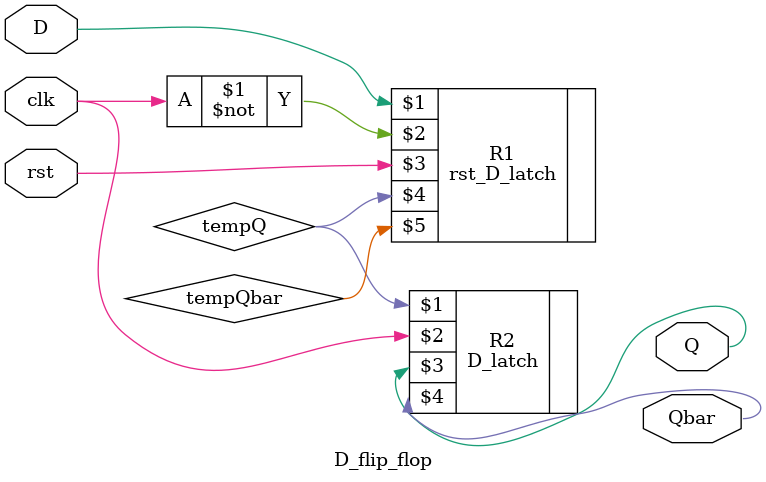
<source format=sv>
`timescale 1ns/1ns
module D_flip_flop(input D, clk, rst, output Q, Qbar);
	wire tempQ, tempQbar;
	rst_D_latch R1(D, ~clk, rst, tempQ, tempQbar);
	D_latch R2(tempQ, clk, Q, Qbar);
endmodule  

</source>
